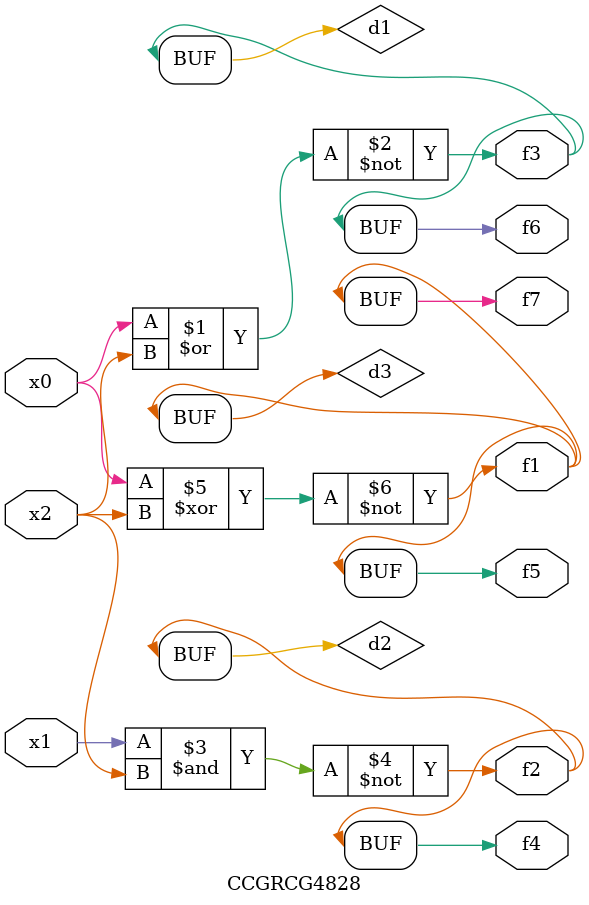
<source format=v>
module CCGRCG4828(
	input x0, x1, x2,
	output f1, f2, f3, f4, f5, f6, f7
);

	wire d1, d2, d3;

	nor (d1, x0, x2);
	nand (d2, x1, x2);
	xnor (d3, x0, x2);
	assign f1 = d3;
	assign f2 = d2;
	assign f3 = d1;
	assign f4 = d2;
	assign f5 = d3;
	assign f6 = d1;
	assign f7 = d3;
endmodule

</source>
